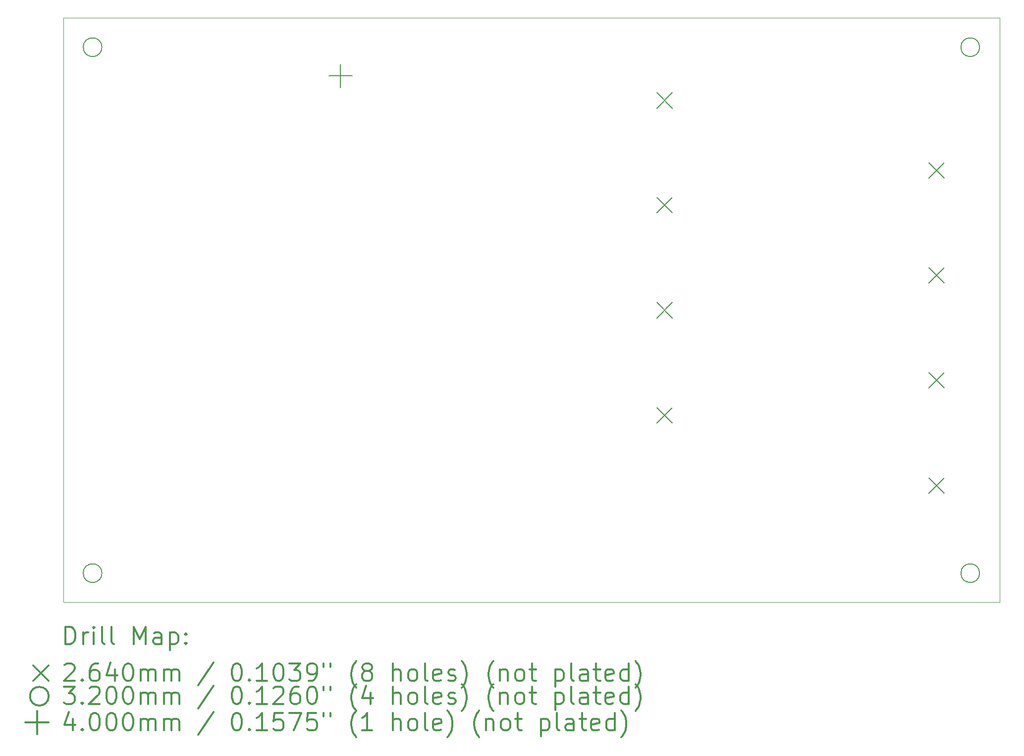
<source format=gbr>
%FSLAX45Y45*%
G04 Gerber Fmt 4.5, Leading zero omitted, Abs format (unit mm)*
G04 Created by KiCad (PCBNEW 5.1.10-88a1d61d58~88~ubuntu16.04.1) date 2021-10-02 00:42:27*
%MOMM*%
%LPD*%
G01*
G04 APERTURE LIST*
%TA.AperFunction,Profile*%
%ADD10C,0.050000*%
%TD*%
%ADD11C,0.200000*%
%ADD12C,0.300000*%
G04 APERTURE END LIST*
D10*
X5000000Y-5000000D02*
X5000000Y-15000000D01*
X21000000Y-5000000D02*
X5000000Y-5000000D01*
X21000000Y-15000000D02*
X21000000Y-5000000D01*
X5000000Y-15000000D02*
X21000000Y-15000000D01*
D11*
X15141700Y-6278900D02*
X15405700Y-6542900D01*
X15405700Y-6278900D02*
X15141700Y-6542900D01*
X15141700Y-8069600D02*
X15405700Y-8333600D01*
X15405700Y-8069600D02*
X15141700Y-8333600D01*
X15143000Y-9868500D02*
X15407000Y-10132500D01*
X15407000Y-9868500D02*
X15143000Y-10132500D01*
X15143000Y-11668500D02*
X15407000Y-11932500D01*
X15407000Y-11668500D02*
X15143000Y-11932500D01*
X19789700Y-7477900D02*
X20053700Y-7741900D01*
X20053700Y-7477900D02*
X19789700Y-7741900D01*
X19789700Y-9268600D02*
X20053700Y-9532600D01*
X20053700Y-9268600D02*
X19789700Y-9532600D01*
X19791000Y-11067500D02*
X20055000Y-11331500D01*
X20055000Y-11067500D02*
X19791000Y-11331500D01*
X19791000Y-12867500D02*
X20055000Y-13131500D01*
X20055000Y-12867500D02*
X19791000Y-13131500D01*
X5660000Y-5500000D02*
G75*
G03*
X5660000Y-5500000I-160000J0D01*
G01*
X5660000Y-14500000D02*
G75*
G03*
X5660000Y-14500000I-160000J0D01*
G01*
X20660000Y-5500000D02*
G75*
G03*
X20660000Y-5500000I-160000J0D01*
G01*
X20660000Y-14500000D02*
G75*
G03*
X20660000Y-14500000I-160000J0D01*
G01*
X9738800Y-5791000D02*
X9738800Y-6191000D01*
X9538800Y-5991000D02*
X9938800Y-5991000D01*
D12*
X5036429Y-15715714D02*
X5036429Y-15415714D01*
X5107857Y-15415714D01*
X5150714Y-15430000D01*
X5179286Y-15458571D01*
X5193571Y-15487143D01*
X5207857Y-15544286D01*
X5207857Y-15587143D01*
X5193571Y-15644286D01*
X5179286Y-15672857D01*
X5150714Y-15701428D01*
X5107857Y-15715714D01*
X5036429Y-15715714D01*
X5336429Y-15715714D02*
X5336429Y-15515714D01*
X5336429Y-15572857D02*
X5350714Y-15544286D01*
X5365000Y-15530000D01*
X5393571Y-15515714D01*
X5422143Y-15515714D01*
X5522143Y-15715714D02*
X5522143Y-15515714D01*
X5522143Y-15415714D02*
X5507857Y-15430000D01*
X5522143Y-15444286D01*
X5536429Y-15430000D01*
X5522143Y-15415714D01*
X5522143Y-15444286D01*
X5707857Y-15715714D02*
X5679286Y-15701428D01*
X5665000Y-15672857D01*
X5665000Y-15415714D01*
X5865000Y-15715714D02*
X5836428Y-15701428D01*
X5822143Y-15672857D01*
X5822143Y-15415714D01*
X6207857Y-15715714D02*
X6207857Y-15415714D01*
X6307857Y-15630000D01*
X6407857Y-15415714D01*
X6407857Y-15715714D01*
X6679286Y-15715714D02*
X6679286Y-15558571D01*
X6665000Y-15530000D01*
X6636428Y-15515714D01*
X6579286Y-15515714D01*
X6550714Y-15530000D01*
X6679286Y-15701428D02*
X6650714Y-15715714D01*
X6579286Y-15715714D01*
X6550714Y-15701428D01*
X6536428Y-15672857D01*
X6536428Y-15644286D01*
X6550714Y-15615714D01*
X6579286Y-15601428D01*
X6650714Y-15601428D01*
X6679286Y-15587143D01*
X6822143Y-15515714D02*
X6822143Y-15815714D01*
X6822143Y-15530000D02*
X6850714Y-15515714D01*
X6907857Y-15515714D01*
X6936428Y-15530000D01*
X6950714Y-15544286D01*
X6965000Y-15572857D01*
X6965000Y-15658571D01*
X6950714Y-15687143D01*
X6936428Y-15701428D01*
X6907857Y-15715714D01*
X6850714Y-15715714D01*
X6822143Y-15701428D01*
X7093571Y-15687143D02*
X7107857Y-15701428D01*
X7093571Y-15715714D01*
X7079286Y-15701428D01*
X7093571Y-15687143D01*
X7093571Y-15715714D01*
X7093571Y-15530000D02*
X7107857Y-15544286D01*
X7093571Y-15558571D01*
X7079286Y-15544286D01*
X7093571Y-15530000D01*
X7093571Y-15558571D01*
X4486000Y-16078000D02*
X4750000Y-16342000D01*
X4750000Y-16078000D02*
X4486000Y-16342000D01*
X5022143Y-16074286D02*
X5036429Y-16060000D01*
X5065000Y-16045714D01*
X5136429Y-16045714D01*
X5165000Y-16060000D01*
X5179286Y-16074286D01*
X5193571Y-16102857D01*
X5193571Y-16131428D01*
X5179286Y-16174286D01*
X5007857Y-16345714D01*
X5193571Y-16345714D01*
X5322143Y-16317143D02*
X5336429Y-16331428D01*
X5322143Y-16345714D01*
X5307857Y-16331428D01*
X5322143Y-16317143D01*
X5322143Y-16345714D01*
X5593571Y-16045714D02*
X5536429Y-16045714D01*
X5507857Y-16060000D01*
X5493571Y-16074286D01*
X5465000Y-16117143D01*
X5450714Y-16174286D01*
X5450714Y-16288571D01*
X5465000Y-16317143D01*
X5479286Y-16331428D01*
X5507857Y-16345714D01*
X5565000Y-16345714D01*
X5593571Y-16331428D01*
X5607857Y-16317143D01*
X5622143Y-16288571D01*
X5622143Y-16217143D01*
X5607857Y-16188571D01*
X5593571Y-16174286D01*
X5565000Y-16160000D01*
X5507857Y-16160000D01*
X5479286Y-16174286D01*
X5465000Y-16188571D01*
X5450714Y-16217143D01*
X5879286Y-16145714D02*
X5879286Y-16345714D01*
X5807857Y-16031428D02*
X5736428Y-16245714D01*
X5922143Y-16245714D01*
X6093571Y-16045714D02*
X6122143Y-16045714D01*
X6150714Y-16060000D01*
X6165000Y-16074286D01*
X6179286Y-16102857D01*
X6193571Y-16160000D01*
X6193571Y-16231428D01*
X6179286Y-16288571D01*
X6165000Y-16317143D01*
X6150714Y-16331428D01*
X6122143Y-16345714D01*
X6093571Y-16345714D01*
X6065000Y-16331428D01*
X6050714Y-16317143D01*
X6036428Y-16288571D01*
X6022143Y-16231428D01*
X6022143Y-16160000D01*
X6036428Y-16102857D01*
X6050714Y-16074286D01*
X6065000Y-16060000D01*
X6093571Y-16045714D01*
X6322143Y-16345714D02*
X6322143Y-16145714D01*
X6322143Y-16174286D02*
X6336428Y-16160000D01*
X6365000Y-16145714D01*
X6407857Y-16145714D01*
X6436428Y-16160000D01*
X6450714Y-16188571D01*
X6450714Y-16345714D01*
X6450714Y-16188571D02*
X6465000Y-16160000D01*
X6493571Y-16145714D01*
X6536428Y-16145714D01*
X6565000Y-16160000D01*
X6579286Y-16188571D01*
X6579286Y-16345714D01*
X6722143Y-16345714D02*
X6722143Y-16145714D01*
X6722143Y-16174286D02*
X6736428Y-16160000D01*
X6765000Y-16145714D01*
X6807857Y-16145714D01*
X6836428Y-16160000D01*
X6850714Y-16188571D01*
X6850714Y-16345714D01*
X6850714Y-16188571D02*
X6865000Y-16160000D01*
X6893571Y-16145714D01*
X6936428Y-16145714D01*
X6965000Y-16160000D01*
X6979286Y-16188571D01*
X6979286Y-16345714D01*
X7565000Y-16031428D02*
X7307857Y-16417143D01*
X7950714Y-16045714D02*
X7979286Y-16045714D01*
X8007857Y-16060000D01*
X8022143Y-16074286D01*
X8036428Y-16102857D01*
X8050714Y-16160000D01*
X8050714Y-16231428D01*
X8036428Y-16288571D01*
X8022143Y-16317143D01*
X8007857Y-16331428D01*
X7979286Y-16345714D01*
X7950714Y-16345714D01*
X7922143Y-16331428D01*
X7907857Y-16317143D01*
X7893571Y-16288571D01*
X7879286Y-16231428D01*
X7879286Y-16160000D01*
X7893571Y-16102857D01*
X7907857Y-16074286D01*
X7922143Y-16060000D01*
X7950714Y-16045714D01*
X8179286Y-16317143D02*
X8193571Y-16331428D01*
X8179286Y-16345714D01*
X8165000Y-16331428D01*
X8179286Y-16317143D01*
X8179286Y-16345714D01*
X8479286Y-16345714D02*
X8307857Y-16345714D01*
X8393571Y-16345714D02*
X8393571Y-16045714D01*
X8365000Y-16088571D01*
X8336428Y-16117143D01*
X8307857Y-16131428D01*
X8665000Y-16045714D02*
X8693571Y-16045714D01*
X8722143Y-16060000D01*
X8736429Y-16074286D01*
X8750714Y-16102857D01*
X8765000Y-16160000D01*
X8765000Y-16231428D01*
X8750714Y-16288571D01*
X8736429Y-16317143D01*
X8722143Y-16331428D01*
X8693571Y-16345714D01*
X8665000Y-16345714D01*
X8636429Y-16331428D01*
X8622143Y-16317143D01*
X8607857Y-16288571D01*
X8593571Y-16231428D01*
X8593571Y-16160000D01*
X8607857Y-16102857D01*
X8622143Y-16074286D01*
X8636429Y-16060000D01*
X8665000Y-16045714D01*
X8865000Y-16045714D02*
X9050714Y-16045714D01*
X8950714Y-16160000D01*
X8993571Y-16160000D01*
X9022143Y-16174286D01*
X9036429Y-16188571D01*
X9050714Y-16217143D01*
X9050714Y-16288571D01*
X9036429Y-16317143D01*
X9022143Y-16331428D01*
X8993571Y-16345714D01*
X8907857Y-16345714D01*
X8879286Y-16331428D01*
X8865000Y-16317143D01*
X9193571Y-16345714D02*
X9250714Y-16345714D01*
X9279286Y-16331428D01*
X9293571Y-16317143D01*
X9322143Y-16274286D01*
X9336429Y-16217143D01*
X9336429Y-16102857D01*
X9322143Y-16074286D01*
X9307857Y-16060000D01*
X9279286Y-16045714D01*
X9222143Y-16045714D01*
X9193571Y-16060000D01*
X9179286Y-16074286D01*
X9165000Y-16102857D01*
X9165000Y-16174286D01*
X9179286Y-16202857D01*
X9193571Y-16217143D01*
X9222143Y-16231428D01*
X9279286Y-16231428D01*
X9307857Y-16217143D01*
X9322143Y-16202857D01*
X9336429Y-16174286D01*
X9450714Y-16045714D02*
X9450714Y-16102857D01*
X9565000Y-16045714D02*
X9565000Y-16102857D01*
X10007857Y-16460000D02*
X9993571Y-16445714D01*
X9965000Y-16402857D01*
X9950714Y-16374286D01*
X9936429Y-16331428D01*
X9922143Y-16260000D01*
X9922143Y-16202857D01*
X9936429Y-16131428D01*
X9950714Y-16088571D01*
X9965000Y-16060000D01*
X9993571Y-16017143D01*
X10007857Y-16002857D01*
X10165000Y-16174286D02*
X10136429Y-16160000D01*
X10122143Y-16145714D01*
X10107857Y-16117143D01*
X10107857Y-16102857D01*
X10122143Y-16074286D01*
X10136429Y-16060000D01*
X10165000Y-16045714D01*
X10222143Y-16045714D01*
X10250714Y-16060000D01*
X10265000Y-16074286D01*
X10279286Y-16102857D01*
X10279286Y-16117143D01*
X10265000Y-16145714D01*
X10250714Y-16160000D01*
X10222143Y-16174286D01*
X10165000Y-16174286D01*
X10136429Y-16188571D01*
X10122143Y-16202857D01*
X10107857Y-16231428D01*
X10107857Y-16288571D01*
X10122143Y-16317143D01*
X10136429Y-16331428D01*
X10165000Y-16345714D01*
X10222143Y-16345714D01*
X10250714Y-16331428D01*
X10265000Y-16317143D01*
X10279286Y-16288571D01*
X10279286Y-16231428D01*
X10265000Y-16202857D01*
X10250714Y-16188571D01*
X10222143Y-16174286D01*
X10636429Y-16345714D02*
X10636429Y-16045714D01*
X10765000Y-16345714D02*
X10765000Y-16188571D01*
X10750714Y-16160000D01*
X10722143Y-16145714D01*
X10679286Y-16145714D01*
X10650714Y-16160000D01*
X10636429Y-16174286D01*
X10950714Y-16345714D02*
X10922143Y-16331428D01*
X10907857Y-16317143D01*
X10893571Y-16288571D01*
X10893571Y-16202857D01*
X10907857Y-16174286D01*
X10922143Y-16160000D01*
X10950714Y-16145714D01*
X10993571Y-16145714D01*
X11022143Y-16160000D01*
X11036429Y-16174286D01*
X11050714Y-16202857D01*
X11050714Y-16288571D01*
X11036429Y-16317143D01*
X11022143Y-16331428D01*
X10993571Y-16345714D01*
X10950714Y-16345714D01*
X11222143Y-16345714D02*
X11193571Y-16331428D01*
X11179286Y-16302857D01*
X11179286Y-16045714D01*
X11450714Y-16331428D02*
X11422143Y-16345714D01*
X11365000Y-16345714D01*
X11336428Y-16331428D01*
X11322143Y-16302857D01*
X11322143Y-16188571D01*
X11336428Y-16160000D01*
X11365000Y-16145714D01*
X11422143Y-16145714D01*
X11450714Y-16160000D01*
X11465000Y-16188571D01*
X11465000Y-16217143D01*
X11322143Y-16245714D01*
X11579286Y-16331428D02*
X11607857Y-16345714D01*
X11665000Y-16345714D01*
X11693571Y-16331428D01*
X11707857Y-16302857D01*
X11707857Y-16288571D01*
X11693571Y-16260000D01*
X11665000Y-16245714D01*
X11622143Y-16245714D01*
X11593571Y-16231428D01*
X11579286Y-16202857D01*
X11579286Y-16188571D01*
X11593571Y-16160000D01*
X11622143Y-16145714D01*
X11665000Y-16145714D01*
X11693571Y-16160000D01*
X11807857Y-16460000D02*
X11822143Y-16445714D01*
X11850714Y-16402857D01*
X11865000Y-16374286D01*
X11879286Y-16331428D01*
X11893571Y-16260000D01*
X11893571Y-16202857D01*
X11879286Y-16131428D01*
X11865000Y-16088571D01*
X11850714Y-16060000D01*
X11822143Y-16017143D01*
X11807857Y-16002857D01*
X12350714Y-16460000D02*
X12336428Y-16445714D01*
X12307857Y-16402857D01*
X12293571Y-16374286D01*
X12279286Y-16331428D01*
X12265000Y-16260000D01*
X12265000Y-16202857D01*
X12279286Y-16131428D01*
X12293571Y-16088571D01*
X12307857Y-16060000D01*
X12336428Y-16017143D01*
X12350714Y-16002857D01*
X12465000Y-16145714D02*
X12465000Y-16345714D01*
X12465000Y-16174286D02*
X12479286Y-16160000D01*
X12507857Y-16145714D01*
X12550714Y-16145714D01*
X12579286Y-16160000D01*
X12593571Y-16188571D01*
X12593571Y-16345714D01*
X12779286Y-16345714D02*
X12750714Y-16331428D01*
X12736428Y-16317143D01*
X12722143Y-16288571D01*
X12722143Y-16202857D01*
X12736428Y-16174286D01*
X12750714Y-16160000D01*
X12779286Y-16145714D01*
X12822143Y-16145714D01*
X12850714Y-16160000D01*
X12865000Y-16174286D01*
X12879286Y-16202857D01*
X12879286Y-16288571D01*
X12865000Y-16317143D01*
X12850714Y-16331428D01*
X12822143Y-16345714D01*
X12779286Y-16345714D01*
X12965000Y-16145714D02*
X13079286Y-16145714D01*
X13007857Y-16045714D02*
X13007857Y-16302857D01*
X13022143Y-16331428D01*
X13050714Y-16345714D01*
X13079286Y-16345714D01*
X13407857Y-16145714D02*
X13407857Y-16445714D01*
X13407857Y-16160000D02*
X13436428Y-16145714D01*
X13493571Y-16145714D01*
X13522143Y-16160000D01*
X13536428Y-16174286D01*
X13550714Y-16202857D01*
X13550714Y-16288571D01*
X13536428Y-16317143D01*
X13522143Y-16331428D01*
X13493571Y-16345714D01*
X13436428Y-16345714D01*
X13407857Y-16331428D01*
X13722143Y-16345714D02*
X13693571Y-16331428D01*
X13679286Y-16302857D01*
X13679286Y-16045714D01*
X13965000Y-16345714D02*
X13965000Y-16188571D01*
X13950714Y-16160000D01*
X13922143Y-16145714D01*
X13865000Y-16145714D01*
X13836428Y-16160000D01*
X13965000Y-16331428D02*
X13936428Y-16345714D01*
X13865000Y-16345714D01*
X13836428Y-16331428D01*
X13822143Y-16302857D01*
X13822143Y-16274286D01*
X13836428Y-16245714D01*
X13865000Y-16231428D01*
X13936428Y-16231428D01*
X13965000Y-16217143D01*
X14065000Y-16145714D02*
X14179286Y-16145714D01*
X14107857Y-16045714D02*
X14107857Y-16302857D01*
X14122143Y-16331428D01*
X14150714Y-16345714D01*
X14179286Y-16345714D01*
X14393571Y-16331428D02*
X14365000Y-16345714D01*
X14307857Y-16345714D01*
X14279286Y-16331428D01*
X14265000Y-16302857D01*
X14265000Y-16188571D01*
X14279286Y-16160000D01*
X14307857Y-16145714D01*
X14365000Y-16145714D01*
X14393571Y-16160000D01*
X14407857Y-16188571D01*
X14407857Y-16217143D01*
X14265000Y-16245714D01*
X14665000Y-16345714D02*
X14665000Y-16045714D01*
X14665000Y-16331428D02*
X14636428Y-16345714D01*
X14579286Y-16345714D01*
X14550714Y-16331428D01*
X14536428Y-16317143D01*
X14522143Y-16288571D01*
X14522143Y-16202857D01*
X14536428Y-16174286D01*
X14550714Y-16160000D01*
X14579286Y-16145714D01*
X14636428Y-16145714D01*
X14665000Y-16160000D01*
X14779286Y-16460000D02*
X14793571Y-16445714D01*
X14822143Y-16402857D01*
X14836428Y-16374286D01*
X14850714Y-16331428D01*
X14865000Y-16260000D01*
X14865000Y-16202857D01*
X14850714Y-16131428D01*
X14836428Y-16088571D01*
X14822143Y-16060000D01*
X14793571Y-16017143D01*
X14779286Y-16002857D01*
X4750000Y-16606000D02*
G75*
G03*
X4750000Y-16606000I-160000J0D01*
G01*
X5007857Y-16441714D02*
X5193571Y-16441714D01*
X5093571Y-16556000D01*
X5136429Y-16556000D01*
X5165000Y-16570286D01*
X5179286Y-16584571D01*
X5193571Y-16613143D01*
X5193571Y-16684571D01*
X5179286Y-16713143D01*
X5165000Y-16727428D01*
X5136429Y-16741714D01*
X5050714Y-16741714D01*
X5022143Y-16727428D01*
X5007857Y-16713143D01*
X5322143Y-16713143D02*
X5336429Y-16727428D01*
X5322143Y-16741714D01*
X5307857Y-16727428D01*
X5322143Y-16713143D01*
X5322143Y-16741714D01*
X5450714Y-16470286D02*
X5465000Y-16456000D01*
X5493571Y-16441714D01*
X5565000Y-16441714D01*
X5593571Y-16456000D01*
X5607857Y-16470286D01*
X5622143Y-16498857D01*
X5622143Y-16527428D01*
X5607857Y-16570286D01*
X5436429Y-16741714D01*
X5622143Y-16741714D01*
X5807857Y-16441714D02*
X5836428Y-16441714D01*
X5865000Y-16456000D01*
X5879286Y-16470286D01*
X5893571Y-16498857D01*
X5907857Y-16556000D01*
X5907857Y-16627428D01*
X5893571Y-16684571D01*
X5879286Y-16713143D01*
X5865000Y-16727428D01*
X5836428Y-16741714D01*
X5807857Y-16741714D01*
X5779286Y-16727428D01*
X5765000Y-16713143D01*
X5750714Y-16684571D01*
X5736428Y-16627428D01*
X5736428Y-16556000D01*
X5750714Y-16498857D01*
X5765000Y-16470286D01*
X5779286Y-16456000D01*
X5807857Y-16441714D01*
X6093571Y-16441714D02*
X6122143Y-16441714D01*
X6150714Y-16456000D01*
X6165000Y-16470286D01*
X6179286Y-16498857D01*
X6193571Y-16556000D01*
X6193571Y-16627428D01*
X6179286Y-16684571D01*
X6165000Y-16713143D01*
X6150714Y-16727428D01*
X6122143Y-16741714D01*
X6093571Y-16741714D01*
X6065000Y-16727428D01*
X6050714Y-16713143D01*
X6036428Y-16684571D01*
X6022143Y-16627428D01*
X6022143Y-16556000D01*
X6036428Y-16498857D01*
X6050714Y-16470286D01*
X6065000Y-16456000D01*
X6093571Y-16441714D01*
X6322143Y-16741714D02*
X6322143Y-16541714D01*
X6322143Y-16570286D02*
X6336428Y-16556000D01*
X6365000Y-16541714D01*
X6407857Y-16541714D01*
X6436428Y-16556000D01*
X6450714Y-16584571D01*
X6450714Y-16741714D01*
X6450714Y-16584571D02*
X6465000Y-16556000D01*
X6493571Y-16541714D01*
X6536428Y-16541714D01*
X6565000Y-16556000D01*
X6579286Y-16584571D01*
X6579286Y-16741714D01*
X6722143Y-16741714D02*
X6722143Y-16541714D01*
X6722143Y-16570286D02*
X6736428Y-16556000D01*
X6765000Y-16541714D01*
X6807857Y-16541714D01*
X6836428Y-16556000D01*
X6850714Y-16584571D01*
X6850714Y-16741714D01*
X6850714Y-16584571D02*
X6865000Y-16556000D01*
X6893571Y-16541714D01*
X6936428Y-16541714D01*
X6965000Y-16556000D01*
X6979286Y-16584571D01*
X6979286Y-16741714D01*
X7565000Y-16427428D02*
X7307857Y-16813143D01*
X7950714Y-16441714D02*
X7979286Y-16441714D01*
X8007857Y-16456000D01*
X8022143Y-16470286D01*
X8036428Y-16498857D01*
X8050714Y-16556000D01*
X8050714Y-16627428D01*
X8036428Y-16684571D01*
X8022143Y-16713143D01*
X8007857Y-16727428D01*
X7979286Y-16741714D01*
X7950714Y-16741714D01*
X7922143Y-16727428D01*
X7907857Y-16713143D01*
X7893571Y-16684571D01*
X7879286Y-16627428D01*
X7879286Y-16556000D01*
X7893571Y-16498857D01*
X7907857Y-16470286D01*
X7922143Y-16456000D01*
X7950714Y-16441714D01*
X8179286Y-16713143D02*
X8193571Y-16727428D01*
X8179286Y-16741714D01*
X8165000Y-16727428D01*
X8179286Y-16713143D01*
X8179286Y-16741714D01*
X8479286Y-16741714D02*
X8307857Y-16741714D01*
X8393571Y-16741714D02*
X8393571Y-16441714D01*
X8365000Y-16484571D01*
X8336428Y-16513143D01*
X8307857Y-16527428D01*
X8593571Y-16470286D02*
X8607857Y-16456000D01*
X8636429Y-16441714D01*
X8707857Y-16441714D01*
X8736429Y-16456000D01*
X8750714Y-16470286D01*
X8765000Y-16498857D01*
X8765000Y-16527428D01*
X8750714Y-16570286D01*
X8579286Y-16741714D01*
X8765000Y-16741714D01*
X9022143Y-16441714D02*
X8965000Y-16441714D01*
X8936429Y-16456000D01*
X8922143Y-16470286D01*
X8893571Y-16513143D01*
X8879286Y-16570286D01*
X8879286Y-16684571D01*
X8893571Y-16713143D01*
X8907857Y-16727428D01*
X8936429Y-16741714D01*
X8993571Y-16741714D01*
X9022143Y-16727428D01*
X9036429Y-16713143D01*
X9050714Y-16684571D01*
X9050714Y-16613143D01*
X9036429Y-16584571D01*
X9022143Y-16570286D01*
X8993571Y-16556000D01*
X8936429Y-16556000D01*
X8907857Y-16570286D01*
X8893571Y-16584571D01*
X8879286Y-16613143D01*
X9236429Y-16441714D02*
X9265000Y-16441714D01*
X9293571Y-16456000D01*
X9307857Y-16470286D01*
X9322143Y-16498857D01*
X9336429Y-16556000D01*
X9336429Y-16627428D01*
X9322143Y-16684571D01*
X9307857Y-16713143D01*
X9293571Y-16727428D01*
X9265000Y-16741714D01*
X9236429Y-16741714D01*
X9207857Y-16727428D01*
X9193571Y-16713143D01*
X9179286Y-16684571D01*
X9165000Y-16627428D01*
X9165000Y-16556000D01*
X9179286Y-16498857D01*
X9193571Y-16470286D01*
X9207857Y-16456000D01*
X9236429Y-16441714D01*
X9450714Y-16441714D02*
X9450714Y-16498857D01*
X9565000Y-16441714D02*
X9565000Y-16498857D01*
X10007857Y-16856000D02*
X9993571Y-16841714D01*
X9965000Y-16798857D01*
X9950714Y-16770286D01*
X9936429Y-16727428D01*
X9922143Y-16656000D01*
X9922143Y-16598857D01*
X9936429Y-16527428D01*
X9950714Y-16484571D01*
X9965000Y-16456000D01*
X9993571Y-16413143D01*
X10007857Y-16398857D01*
X10250714Y-16541714D02*
X10250714Y-16741714D01*
X10179286Y-16427428D02*
X10107857Y-16641714D01*
X10293571Y-16641714D01*
X10636429Y-16741714D02*
X10636429Y-16441714D01*
X10765000Y-16741714D02*
X10765000Y-16584571D01*
X10750714Y-16556000D01*
X10722143Y-16541714D01*
X10679286Y-16541714D01*
X10650714Y-16556000D01*
X10636429Y-16570286D01*
X10950714Y-16741714D02*
X10922143Y-16727428D01*
X10907857Y-16713143D01*
X10893571Y-16684571D01*
X10893571Y-16598857D01*
X10907857Y-16570286D01*
X10922143Y-16556000D01*
X10950714Y-16541714D01*
X10993571Y-16541714D01*
X11022143Y-16556000D01*
X11036429Y-16570286D01*
X11050714Y-16598857D01*
X11050714Y-16684571D01*
X11036429Y-16713143D01*
X11022143Y-16727428D01*
X10993571Y-16741714D01*
X10950714Y-16741714D01*
X11222143Y-16741714D02*
X11193571Y-16727428D01*
X11179286Y-16698857D01*
X11179286Y-16441714D01*
X11450714Y-16727428D02*
X11422143Y-16741714D01*
X11365000Y-16741714D01*
X11336428Y-16727428D01*
X11322143Y-16698857D01*
X11322143Y-16584571D01*
X11336428Y-16556000D01*
X11365000Y-16541714D01*
X11422143Y-16541714D01*
X11450714Y-16556000D01*
X11465000Y-16584571D01*
X11465000Y-16613143D01*
X11322143Y-16641714D01*
X11579286Y-16727428D02*
X11607857Y-16741714D01*
X11665000Y-16741714D01*
X11693571Y-16727428D01*
X11707857Y-16698857D01*
X11707857Y-16684571D01*
X11693571Y-16656000D01*
X11665000Y-16641714D01*
X11622143Y-16641714D01*
X11593571Y-16627428D01*
X11579286Y-16598857D01*
X11579286Y-16584571D01*
X11593571Y-16556000D01*
X11622143Y-16541714D01*
X11665000Y-16541714D01*
X11693571Y-16556000D01*
X11807857Y-16856000D02*
X11822143Y-16841714D01*
X11850714Y-16798857D01*
X11865000Y-16770286D01*
X11879286Y-16727428D01*
X11893571Y-16656000D01*
X11893571Y-16598857D01*
X11879286Y-16527428D01*
X11865000Y-16484571D01*
X11850714Y-16456000D01*
X11822143Y-16413143D01*
X11807857Y-16398857D01*
X12350714Y-16856000D02*
X12336428Y-16841714D01*
X12307857Y-16798857D01*
X12293571Y-16770286D01*
X12279286Y-16727428D01*
X12265000Y-16656000D01*
X12265000Y-16598857D01*
X12279286Y-16527428D01*
X12293571Y-16484571D01*
X12307857Y-16456000D01*
X12336428Y-16413143D01*
X12350714Y-16398857D01*
X12465000Y-16541714D02*
X12465000Y-16741714D01*
X12465000Y-16570286D02*
X12479286Y-16556000D01*
X12507857Y-16541714D01*
X12550714Y-16541714D01*
X12579286Y-16556000D01*
X12593571Y-16584571D01*
X12593571Y-16741714D01*
X12779286Y-16741714D02*
X12750714Y-16727428D01*
X12736428Y-16713143D01*
X12722143Y-16684571D01*
X12722143Y-16598857D01*
X12736428Y-16570286D01*
X12750714Y-16556000D01*
X12779286Y-16541714D01*
X12822143Y-16541714D01*
X12850714Y-16556000D01*
X12865000Y-16570286D01*
X12879286Y-16598857D01*
X12879286Y-16684571D01*
X12865000Y-16713143D01*
X12850714Y-16727428D01*
X12822143Y-16741714D01*
X12779286Y-16741714D01*
X12965000Y-16541714D02*
X13079286Y-16541714D01*
X13007857Y-16441714D02*
X13007857Y-16698857D01*
X13022143Y-16727428D01*
X13050714Y-16741714D01*
X13079286Y-16741714D01*
X13407857Y-16541714D02*
X13407857Y-16841714D01*
X13407857Y-16556000D02*
X13436428Y-16541714D01*
X13493571Y-16541714D01*
X13522143Y-16556000D01*
X13536428Y-16570286D01*
X13550714Y-16598857D01*
X13550714Y-16684571D01*
X13536428Y-16713143D01*
X13522143Y-16727428D01*
X13493571Y-16741714D01*
X13436428Y-16741714D01*
X13407857Y-16727428D01*
X13722143Y-16741714D02*
X13693571Y-16727428D01*
X13679286Y-16698857D01*
X13679286Y-16441714D01*
X13965000Y-16741714D02*
X13965000Y-16584571D01*
X13950714Y-16556000D01*
X13922143Y-16541714D01*
X13865000Y-16541714D01*
X13836428Y-16556000D01*
X13965000Y-16727428D02*
X13936428Y-16741714D01*
X13865000Y-16741714D01*
X13836428Y-16727428D01*
X13822143Y-16698857D01*
X13822143Y-16670286D01*
X13836428Y-16641714D01*
X13865000Y-16627428D01*
X13936428Y-16627428D01*
X13965000Y-16613143D01*
X14065000Y-16541714D02*
X14179286Y-16541714D01*
X14107857Y-16441714D02*
X14107857Y-16698857D01*
X14122143Y-16727428D01*
X14150714Y-16741714D01*
X14179286Y-16741714D01*
X14393571Y-16727428D02*
X14365000Y-16741714D01*
X14307857Y-16741714D01*
X14279286Y-16727428D01*
X14265000Y-16698857D01*
X14265000Y-16584571D01*
X14279286Y-16556000D01*
X14307857Y-16541714D01*
X14365000Y-16541714D01*
X14393571Y-16556000D01*
X14407857Y-16584571D01*
X14407857Y-16613143D01*
X14265000Y-16641714D01*
X14665000Y-16741714D02*
X14665000Y-16441714D01*
X14665000Y-16727428D02*
X14636428Y-16741714D01*
X14579286Y-16741714D01*
X14550714Y-16727428D01*
X14536428Y-16713143D01*
X14522143Y-16684571D01*
X14522143Y-16598857D01*
X14536428Y-16570286D01*
X14550714Y-16556000D01*
X14579286Y-16541714D01*
X14636428Y-16541714D01*
X14665000Y-16556000D01*
X14779286Y-16856000D02*
X14793571Y-16841714D01*
X14822143Y-16798857D01*
X14836428Y-16770286D01*
X14850714Y-16727428D01*
X14865000Y-16656000D01*
X14865000Y-16598857D01*
X14850714Y-16527428D01*
X14836428Y-16484571D01*
X14822143Y-16456000D01*
X14793571Y-16413143D01*
X14779286Y-16398857D01*
X4550000Y-16856000D02*
X4550000Y-17256000D01*
X4350000Y-17056000D02*
X4750000Y-17056000D01*
X5165000Y-16991714D02*
X5165000Y-17191714D01*
X5093571Y-16877429D02*
X5022143Y-17091714D01*
X5207857Y-17091714D01*
X5322143Y-17163143D02*
X5336429Y-17177429D01*
X5322143Y-17191714D01*
X5307857Y-17177429D01*
X5322143Y-17163143D01*
X5322143Y-17191714D01*
X5522143Y-16891714D02*
X5550714Y-16891714D01*
X5579286Y-16906000D01*
X5593571Y-16920286D01*
X5607857Y-16948857D01*
X5622143Y-17006000D01*
X5622143Y-17077429D01*
X5607857Y-17134571D01*
X5593571Y-17163143D01*
X5579286Y-17177429D01*
X5550714Y-17191714D01*
X5522143Y-17191714D01*
X5493571Y-17177429D01*
X5479286Y-17163143D01*
X5465000Y-17134571D01*
X5450714Y-17077429D01*
X5450714Y-17006000D01*
X5465000Y-16948857D01*
X5479286Y-16920286D01*
X5493571Y-16906000D01*
X5522143Y-16891714D01*
X5807857Y-16891714D02*
X5836428Y-16891714D01*
X5865000Y-16906000D01*
X5879286Y-16920286D01*
X5893571Y-16948857D01*
X5907857Y-17006000D01*
X5907857Y-17077429D01*
X5893571Y-17134571D01*
X5879286Y-17163143D01*
X5865000Y-17177429D01*
X5836428Y-17191714D01*
X5807857Y-17191714D01*
X5779286Y-17177429D01*
X5765000Y-17163143D01*
X5750714Y-17134571D01*
X5736428Y-17077429D01*
X5736428Y-17006000D01*
X5750714Y-16948857D01*
X5765000Y-16920286D01*
X5779286Y-16906000D01*
X5807857Y-16891714D01*
X6093571Y-16891714D02*
X6122143Y-16891714D01*
X6150714Y-16906000D01*
X6165000Y-16920286D01*
X6179286Y-16948857D01*
X6193571Y-17006000D01*
X6193571Y-17077429D01*
X6179286Y-17134571D01*
X6165000Y-17163143D01*
X6150714Y-17177429D01*
X6122143Y-17191714D01*
X6093571Y-17191714D01*
X6065000Y-17177429D01*
X6050714Y-17163143D01*
X6036428Y-17134571D01*
X6022143Y-17077429D01*
X6022143Y-17006000D01*
X6036428Y-16948857D01*
X6050714Y-16920286D01*
X6065000Y-16906000D01*
X6093571Y-16891714D01*
X6322143Y-17191714D02*
X6322143Y-16991714D01*
X6322143Y-17020286D02*
X6336428Y-17006000D01*
X6365000Y-16991714D01*
X6407857Y-16991714D01*
X6436428Y-17006000D01*
X6450714Y-17034571D01*
X6450714Y-17191714D01*
X6450714Y-17034571D02*
X6465000Y-17006000D01*
X6493571Y-16991714D01*
X6536428Y-16991714D01*
X6565000Y-17006000D01*
X6579286Y-17034571D01*
X6579286Y-17191714D01*
X6722143Y-17191714D02*
X6722143Y-16991714D01*
X6722143Y-17020286D02*
X6736428Y-17006000D01*
X6765000Y-16991714D01*
X6807857Y-16991714D01*
X6836428Y-17006000D01*
X6850714Y-17034571D01*
X6850714Y-17191714D01*
X6850714Y-17034571D02*
X6865000Y-17006000D01*
X6893571Y-16991714D01*
X6936428Y-16991714D01*
X6965000Y-17006000D01*
X6979286Y-17034571D01*
X6979286Y-17191714D01*
X7565000Y-16877429D02*
X7307857Y-17263143D01*
X7950714Y-16891714D02*
X7979286Y-16891714D01*
X8007857Y-16906000D01*
X8022143Y-16920286D01*
X8036428Y-16948857D01*
X8050714Y-17006000D01*
X8050714Y-17077429D01*
X8036428Y-17134571D01*
X8022143Y-17163143D01*
X8007857Y-17177429D01*
X7979286Y-17191714D01*
X7950714Y-17191714D01*
X7922143Y-17177429D01*
X7907857Y-17163143D01*
X7893571Y-17134571D01*
X7879286Y-17077429D01*
X7879286Y-17006000D01*
X7893571Y-16948857D01*
X7907857Y-16920286D01*
X7922143Y-16906000D01*
X7950714Y-16891714D01*
X8179286Y-17163143D02*
X8193571Y-17177429D01*
X8179286Y-17191714D01*
X8165000Y-17177429D01*
X8179286Y-17163143D01*
X8179286Y-17191714D01*
X8479286Y-17191714D02*
X8307857Y-17191714D01*
X8393571Y-17191714D02*
X8393571Y-16891714D01*
X8365000Y-16934571D01*
X8336428Y-16963143D01*
X8307857Y-16977429D01*
X8750714Y-16891714D02*
X8607857Y-16891714D01*
X8593571Y-17034571D01*
X8607857Y-17020286D01*
X8636429Y-17006000D01*
X8707857Y-17006000D01*
X8736429Y-17020286D01*
X8750714Y-17034571D01*
X8765000Y-17063143D01*
X8765000Y-17134571D01*
X8750714Y-17163143D01*
X8736429Y-17177429D01*
X8707857Y-17191714D01*
X8636429Y-17191714D01*
X8607857Y-17177429D01*
X8593571Y-17163143D01*
X8865000Y-16891714D02*
X9065000Y-16891714D01*
X8936429Y-17191714D01*
X9322143Y-16891714D02*
X9179286Y-16891714D01*
X9165000Y-17034571D01*
X9179286Y-17020286D01*
X9207857Y-17006000D01*
X9279286Y-17006000D01*
X9307857Y-17020286D01*
X9322143Y-17034571D01*
X9336429Y-17063143D01*
X9336429Y-17134571D01*
X9322143Y-17163143D01*
X9307857Y-17177429D01*
X9279286Y-17191714D01*
X9207857Y-17191714D01*
X9179286Y-17177429D01*
X9165000Y-17163143D01*
X9450714Y-16891714D02*
X9450714Y-16948857D01*
X9565000Y-16891714D02*
X9565000Y-16948857D01*
X10007857Y-17306000D02*
X9993571Y-17291714D01*
X9965000Y-17248857D01*
X9950714Y-17220286D01*
X9936429Y-17177429D01*
X9922143Y-17106000D01*
X9922143Y-17048857D01*
X9936429Y-16977429D01*
X9950714Y-16934571D01*
X9965000Y-16906000D01*
X9993571Y-16863143D01*
X10007857Y-16848857D01*
X10279286Y-17191714D02*
X10107857Y-17191714D01*
X10193571Y-17191714D02*
X10193571Y-16891714D01*
X10165000Y-16934571D01*
X10136429Y-16963143D01*
X10107857Y-16977429D01*
X10636429Y-17191714D02*
X10636429Y-16891714D01*
X10765000Y-17191714D02*
X10765000Y-17034571D01*
X10750714Y-17006000D01*
X10722143Y-16991714D01*
X10679286Y-16991714D01*
X10650714Y-17006000D01*
X10636429Y-17020286D01*
X10950714Y-17191714D02*
X10922143Y-17177429D01*
X10907857Y-17163143D01*
X10893571Y-17134571D01*
X10893571Y-17048857D01*
X10907857Y-17020286D01*
X10922143Y-17006000D01*
X10950714Y-16991714D01*
X10993571Y-16991714D01*
X11022143Y-17006000D01*
X11036429Y-17020286D01*
X11050714Y-17048857D01*
X11050714Y-17134571D01*
X11036429Y-17163143D01*
X11022143Y-17177429D01*
X10993571Y-17191714D01*
X10950714Y-17191714D01*
X11222143Y-17191714D02*
X11193571Y-17177429D01*
X11179286Y-17148857D01*
X11179286Y-16891714D01*
X11450714Y-17177429D02*
X11422143Y-17191714D01*
X11365000Y-17191714D01*
X11336428Y-17177429D01*
X11322143Y-17148857D01*
X11322143Y-17034571D01*
X11336428Y-17006000D01*
X11365000Y-16991714D01*
X11422143Y-16991714D01*
X11450714Y-17006000D01*
X11465000Y-17034571D01*
X11465000Y-17063143D01*
X11322143Y-17091714D01*
X11565000Y-17306000D02*
X11579286Y-17291714D01*
X11607857Y-17248857D01*
X11622143Y-17220286D01*
X11636428Y-17177429D01*
X11650714Y-17106000D01*
X11650714Y-17048857D01*
X11636428Y-16977429D01*
X11622143Y-16934571D01*
X11607857Y-16906000D01*
X11579286Y-16863143D01*
X11565000Y-16848857D01*
X12107857Y-17306000D02*
X12093571Y-17291714D01*
X12065000Y-17248857D01*
X12050714Y-17220286D01*
X12036428Y-17177429D01*
X12022143Y-17106000D01*
X12022143Y-17048857D01*
X12036428Y-16977429D01*
X12050714Y-16934571D01*
X12065000Y-16906000D01*
X12093571Y-16863143D01*
X12107857Y-16848857D01*
X12222143Y-16991714D02*
X12222143Y-17191714D01*
X12222143Y-17020286D02*
X12236428Y-17006000D01*
X12265000Y-16991714D01*
X12307857Y-16991714D01*
X12336428Y-17006000D01*
X12350714Y-17034571D01*
X12350714Y-17191714D01*
X12536428Y-17191714D02*
X12507857Y-17177429D01*
X12493571Y-17163143D01*
X12479286Y-17134571D01*
X12479286Y-17048857D01*
X12493571Y-17020286D01*
X12507857Y-17006000D01*
X12536428Y-16991714D01*
X12579286Y-16991714D01*
X12607857Y-17006000D01*
X12622143Y-17020286D01*
X12636428Y-17048857D01*
X12636428Y-17134571D01*
X12622143Y-17163143D01*
X12607857Y-17177429D01*
X12579286Y-17191714D01*
X12536428Y-17191714D01*
X12722143Y-16991714D02*
X12836428Y-16991714D01*
X12765000Y-16891714D02*
X12765000Y-17148857D01*
X12779286Y-17177429D01*
X12807857Y-17191714D01*
X12836428Y-17191714D01*
X13165000Y-16991714D02*
X13165000Y-17291714D01*
X13165000Y-17006000D02*
X13193571Y-16991714D01*
X13250714Y-16991714D01*
X13279286Y-17006000D01*
X13293571Y-17020286D01*
X13307857Y-17048857D01*
X13307857Y-17134571D01*
X13293571Y-17163143D01*
X13279286Y-17177429D01*
X13250714Y-17191714D01*
X13193571Y-17191714D01*
X13165000Y-17177429D01*
X13479286Y-17191714D02*
X13450714Y-17177429D01*
X13436428Y-17148857D01*
X13436428Y-16891714D01*
X13722143Y-17191714D02*
X13722143Y-17034571D01*
X13707857Y-17006000D01*
X13679286Y-16991714D01*
X13622143Y-16991714D01*
X13593571Y-17006000D01*
X13722143Y-17177429D02*
X13693571Y-17191714D01*
X13622143Y-17191714D01*
X13593571Y-17177429D01*
X13579286Y-17148857D01*
X13579286Y-17120286D01*
X13593571Y-17091714D01*
X13622143Y-17077429D01*
X13693571Y-17077429D01*
X13722143Y-17063143D01*
X13822143Y-16991714D02*
X13936428Y-16991714D01*
X13865000Y-16891714D02*
X13865000Y-17148857D01*
X13879286Y-17177429D01*
X13907857Y-17191714D01*
X13936428Y-17191714D01*
X14150714Y-17177429D02*
X14122143Y-17191714D01*
X14065000Y-17191714D01*
X14036428Y-17177429D01*
X14022143Y-17148857D01*
X14022143Y-17034571D01*
X14036428Y-17006000D01*
X14065000Y-16991714D01*
X14122143Y-16991714D01*
X14150714Y-17006000D01*
X14165000Y-17034571D01*
X14165000Y-17063143D01*
X14022143Y-17091714D01*
X14422143Y-17191714D02*
X14422143Y-16891714D01*
X14422143Y-17177429D02*
X14393571Y-17191714D01*
X14336428Y-17191714D01*
X14307857Y-17177429D01*
X14293571Y-17163143D01*
X14279286Y-17134571D01*
X14279286Y-17048857D01*
X14293571Y-17020286D01*
X14307857Y-17006000D01*
X14336428Y-16991714D01*
X14393571Y-16991714D01*
X14422143Y-17006000D01*
X14536428Y-17306000D02*
X14550714Y-17291714D01*
X14579286Y-17248857D01*
X14593571Y-17220286D01*
X14607857Y-17177429D01*
X14622143Y-17106000D01*
X14622143Y-17048857D01*
X14607857Y-16977429D01*
X14593571Y-16934571D01*
X14579286Y-16906000D01*
X14550714Y-16863143D01*
X14536428Y-16848857D01*
M02*

</source>
